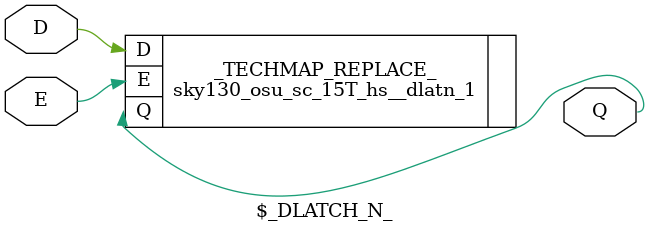
<source format=v>
module $_DLATCH_P_(input E, input D, output Q);
    sky130_osu_sc_15T_hs__dlat_1 _TECHMAP_REPLACE_ (
        .D(D),
        .E(E),
        .Q(Q)
        );
endmodule

module $_DLATCH_N_(input E, input D, output Q);
    sky130_osu_sc_15T_hs__dlatn_1 _TECHMAP_REPLACE_ (
        .D(D),
        .E(E),
        .Q(Q)
        );
endmodule

</source>
